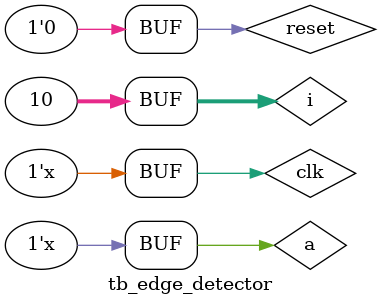
<source format=v>
`timescale 1ns / 1ps


module tb_edge_detector;

    reg clk, a, reset;
    wire out;
    integer i;
    
    edge_detector dut(.clk(clk), .a(a), .res(reset), .out(out));
    
    always begin
    #5 clk = ~clk;
    end
    
    initial begin
        clk <= 0;
        a <= 0;
        reset <= 1;
        #20
        reset <= 0;
        for(i=0;i<10;i=i+1) begin
           #20 a <= ~a;
        end
        
    end 


endmodule
</source>
